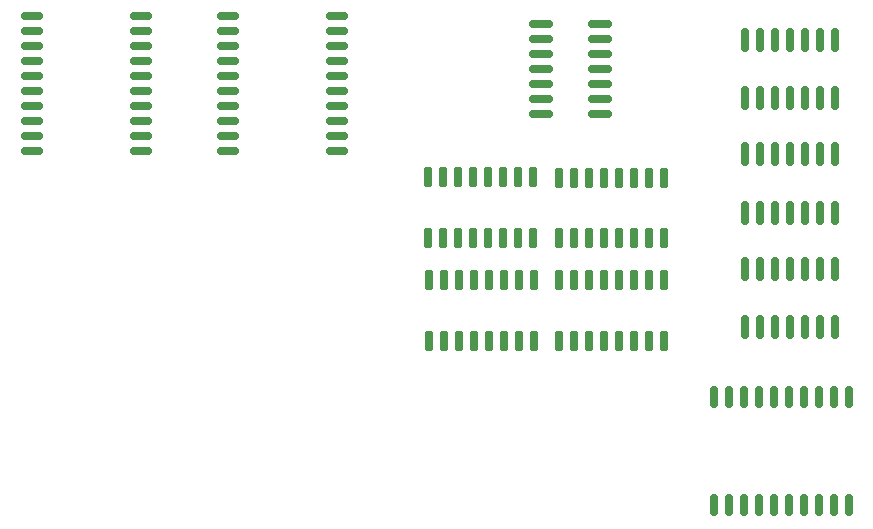
<source format=gbr>
%TF.GenerationSoftware,KiCad,Pcbnew,8.0.4+dfsg-1*%
%TF.CreationDate,2024-11-13T23:12:42-05:00*%
%TF.ProjectId,VGA_SRAM_Shield,5647415f-5352-4414-9d5f-536869656c64,rev?*%
%TF.SameCoordinates,Original*%
%TF.FileFunction,Paste,Top*%
%TF.FilePolarity,Positive*%
%FSLAX46Y46*%
G04 Gerber Fmt 4.6, Leading zero omitted, Abs format (unit mm)*
G04 Created by KiCad (PCBNEW 8.0.4+dfsg-1) date 2024-11-13 23:12:42*
%MOMM*%
%LPD*%
G01*
G04 APERTURE LIST*
G04 Aperture macros list*
%AMRoundRect*
0 Rectangle with rounded corners*
0 $1 Rounding radius*
0 $2 $3 $4 $5 $6 $7 $8 $9 X,Y pos of 4 corners*
0 Add a 4 corners polygon primitive as box body*
4,1,4,$2,$3,$4,$5,$6,$7,$8,$9,$2,$3,0*
0 Add four circle primitives for the rounded corners*
1,1,$1+$1,$2,$3*
1,1,$1+$1,$4,$5*
1,1,$1+$1,$6,$7*
1,1,$1+$1,$8,$9*
0 Add four rect primitives between the rounded corners*
20,1,$1+$1,$2,$3,$4,$5,0*
20,1,$1+$1,$4,$5,$6,$7,0*
20,1,$1+$1,$6,$7,$8,$9,0*
20,1,$1+$1,$8,$9,$2,$3,0*%
G04 Aperture macros list end*
%ADD10RoundRect,0.150000X0.150000X-0.725000X0.150000X0.725000X-0.150000X0.725000X-0.150000X-0.725000X0*%
%ADD11RoundRect,0.150000X0.150000X-0.800000X0.150000X0.800000X-0.150000X0.800000X-0.150000X-0.800000X0*%
%ADD12RoundRect,0.150000X-0.825000X-0.150000X0.825000X-0.150000X0.825000X0.150000X-0.825000X0.150000X0*%
%ADD13RoundRect,0.150000X0.150000X-0.825000X0.150000X0.825000X-0.150000X0.825000X-0.150000X-0.825000X0*%
%ADD14RoundRect,0.150000X-0.800000X-0.150000X0.800000X-0.150000X0.800000X0.150000X-0.800000X0.150000X0*%
G04 APERTURE END LIST*
D10*
%TO.C,U7*%
X92370000Y-164140000D03*
X93640000Y-164140000D03*
X94910000Y-164140000D03*
X96180000Y-164140000D03*
X97450000Y-164140000D03*
X98720000Y-164140000D03*
X99990000Y-164140000D03*
X101260000Y-164140000D03*
X101260000Y-158990000D03*
X99990000Y-158990000D03*
X98720000Y-158990000D03*
X97450000Y-158990000D03*
X96180000Y-158990000D03*
X94910000Y-158990000D03*
X93640000Y-158990000D03*
X92370000Y-158990000D03*
%TD*%
%TO.C,U10*%
X92354400Y-155467200D03*
X93624400Y-155467200D03*
X94894400Y-155467200D03*
X96164400Y-155467200D03*
X97434400Y-155467200D03*
X98704400Y-155467200D03*
X99974400Y-155467200D03*
X101244400Y-155467200D03*
X101244400Y-150317200D03*
X99974400Y-150317200D03*
X98704400Y-150317200D03*
X97434400Y-150317200D03*
X96164400Y-150317200D03*
X94894400Y-150317200D03*
X93624400Y-150317200D03*
X92354400Y-150317200D03*
%TD*%
D11*
%TO.C,U2*%
X105460800Y-178054000D03*
X106730800Y-178054000D03*
X108000800Y-178054000D03*
X109270800Y-178054000D03*
X110540800Y-178054000D03*
X111810800Y-178054000D03*
X113080800Y-178054000D03*
X114350800Y-178054000D03*
X115620800Y-178054000D03*
X116890800Y-178054000D03*
X116890800Y-168854000D03*
X115620800Y-168854000D03*
X114350800Y-168854000D03*
X113080800Y-168854000D03*
X111810800Y-168854000D03*
X110540800Y-168854000D03*
X109270800Y-168854000D03*
X108000800Y-168854000D03*
X106730800Y-168854000D03*
X105460800Y-168854000D03*
%TD*%
D12*
%TO.C,U19*%
X90833400Y-137287000D03*
X90833400Y-138557000D03*
X90833400Y-139827000D03*
X90833400Y-141097000D03*
X90833400Y-142367000D03*
X90833400Y-143637000D03*
X90833400Y-144907000D03*
X95783400Y-144907000D03*
X95783400Y-143637000D03*
X95783400Y-142367000D03*
X95783400Y-141097000D03*
X95783400Y-139827000D03*
X95783400Y-138557000D03*
X95783400Y-137287000D03*
%TD*%
D10*
%TO.C,U5*%
X81229200Y-155441800D03*
X82499200Y-155441800D03*
X83769200Y-155441800D03*
X85039200Y-155441800D03*
X86309200Y-155441800D03*
X87579200Y-155441800D03*
X88849200Y-155441800D03*
X90119200Y-155441800D03*
X90119200Y-150291800D03*
X88849200Y-150291800D03*
X87579200Y-150291800D03*
X86309200Y-150291800D03*
X85039200Y-150291800D03*
X83769200Y-150291800D03*
X82499200Y-150291800D03*
X81229200Y-150291800D03*
%TD*%
D13*
%TO.C,U16*%
X108051600Y-153289000D03*
X109321600Y-153289000D03*
X110591600Y-153289000D03*
X111861600Y-153289000D03*
X113131600Y-153289000D03*
X114401600Y-153289000D03*
X115671600Y-153289000D03*
X115671600Y-148339000D03*
X114401600Y-148339000D03*
X113131600Y-148339000D03*
X111861600Y-148339000D03*
X110591600Y-148339000D03*
X109321600Y-148339000D03*
X108051600Y-148339000D03*
%TD*%
%TO.C,U15*%
X108051600Y-162966400D03*
X109321600Y-162966400D03*
X110591600Y-162966400D03*
X111861600Y-162966400D03*
X113131600Y-162966400D03*
X114401600Y-162966400D03*
X115671600Y-162966400D03*
X115671600Y-158016400D03*
X114401600Y-158016400D03*
X113131600Y-158016400D03*
X111861600Y-158016400D03*
X110591600Y-158016400D03*
X109321600Y-158016400D03*
X108051600Y-158016400D03*
%TD*%
D10*
%TO.C,U6*%
X81330800Y-164128600D03*
X82600800Y-164128600D03*
X83870800Y-164128600D03*
X85140800Y-164128600D03*
X86410800Y-164128600D03*
X87680800Y-164128600D03*
X88950800Y-164128600D03*
X90220800Y-164128600D03*
X90220800Y-158978600D03*
X88950800Y-158978600D03*
X87680800Y-158978600D03*
X86410800Y-158978600D03*
X85140800Y-158978600D03*
X83870800Y-158978600D03*
X82600800Y-158978600D03*
X81330800Y-158978600D03*
%TD*%
D14*
%TO.C,U18*%
X64333000Y-136615400D03*
X64333000Y-137885400D03*
X64333000Y-139155400D03*
X64333000Y-140425400D03*
X64333000Y-141695400D03*
X64333000Y-142965400D03*
X64333000Y-144235400D03*
X64333000Y-145505400D03*
X64333000Y-146775400D03*
X64333000Y-148045400D03*
X73533000Y-148045400D03*
X73533000Y-146775400D03*
X73533000Y-145505400D03*
X73533000Y-144235400D03*
X73533000Y-142965400D03*
X73533000Y-141695400D03*
X73533000Y-140425400D03*
X73533000Y-139155400D03*
X73533000Y-137885400D03*
X73533000Y-136615400D03*
%TD*%
D13*
%TO.C,U17*%
X108051600Y-143611600D03*
X109321600Y-143611600D03*
X110591600Y-143611600D03*
X111861600Y-143611600D03*
X113131600Y-143611600D03*
X114401600Y-143611600D03*
X115671600Y-143611600D03*
X115671600Y-138661600D03*
X114401600Y-138661600D03*
X113131600Y-138661600D03*
X111861600Y-138661600D03*
X110591600Y-138661600D03*
X109321600Y-138661600D03*
X108051600Y-138661600D03*
%TD*%
D14*
%TO.C,U20*%
X47724000Y-136615400D03*
X47724000Y-137885400D03*
X47724000Y-139155400D03*
X47724000Y-140425400D03*
X47724000Y-141695400D03*
X47724000Y-142965400D03*
X47724000Y-144235400D03*
X47724000Y-145505400D03*
X47724000Y-146775400D03*
X47724000Y-148045400D03*
X56924000Y-148045400D03*
X56924000Y-146775400D03*
X56924000Y-145505400D03*
X56924000Y-144235400D03*
X56924000Y-142965400D03*
X56924000Y-141695400D03*
X56924000Y-140425400D03*
X56924000Y-139155400D03*
X56924000Y-137885400D03*
X56924000Y-136615400D03*
%TD*%
M02*

</source>
